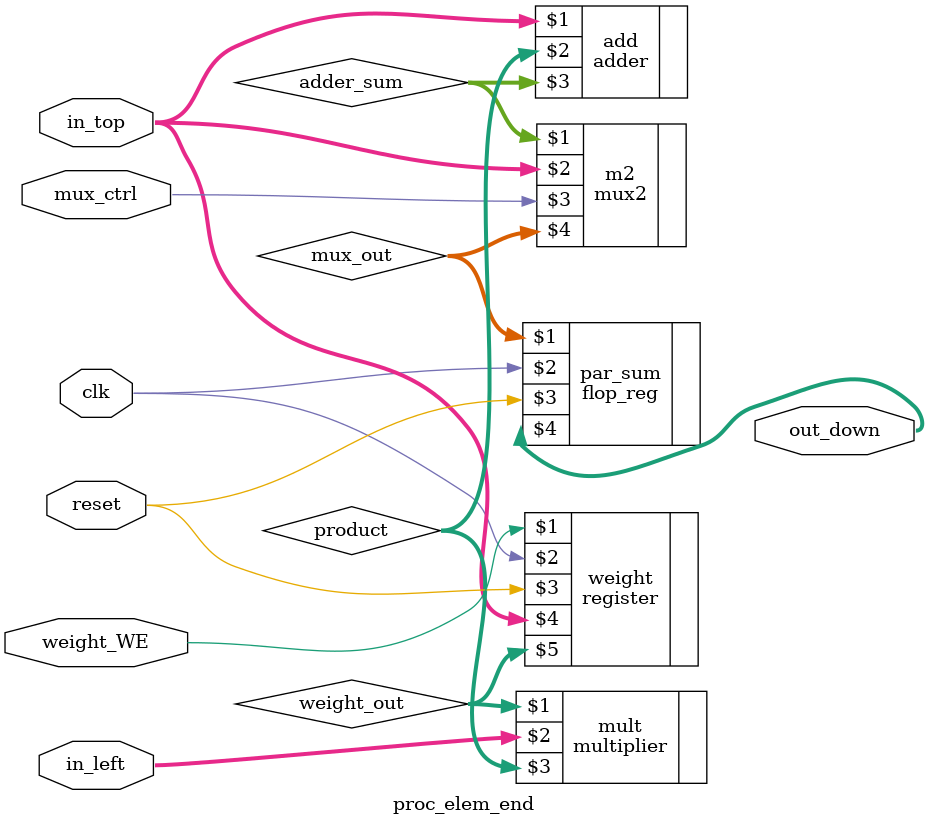
<source format=v>
module proc_elem_end(out_down, in_top, in_left, weight_WE, 
                     mux_ctrl, clk, reset);
//--------------------------
// PARAMETERS
parameter DATA_WIDTH = 16;
//--------------------------
// INPUTS
input clk;
input reset;
input [DATA_WIDTH-1:0] in_top;
input [DATA_WIDTH-1:0] in_left;
input weight_WE;
input mux_ctrl;
//--------------------------
// OUTPUTS
output [DATA_WIDTH-1:0] out_down;
//--------------------------
// WIRES
wire [DATA_WIDTH-1:0] weight_out;
wire [DATA_WIDTH-1:0] product;
wire [DATA_WIDTH-1:0] adder_sum;
wire [DATA_WIDTH-1:0] mux_out;
//--------------------------
// INSTANCES
register weight(weight_WE, clk, reset, in_top, weight_out);
adder add(in_top, product, adder_sum);
multiplier mult(weight_out, in_left, product);
mux2 m2(adder_sum, in_top, mux_ctrl, mux_out);
flop_reg par_sum(mux_out, clk, reset, out_down);
//--------------------------


endmodule

</source>
